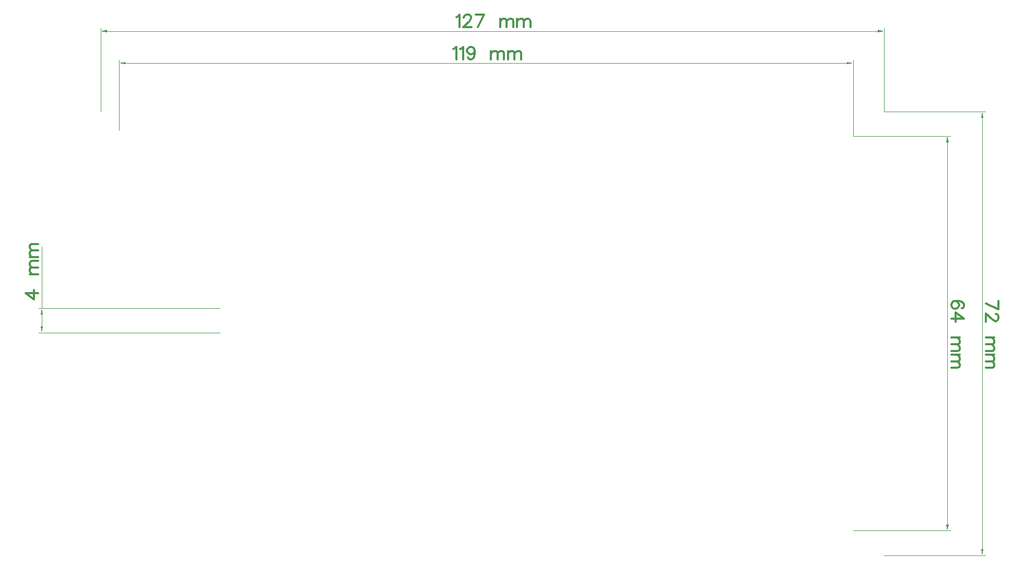
<source format=gbr>
G04 DipTrace 3.3.1.0*
G04 TopDimension.gbr*
%MOIN*%
G04 #@! TF.FileFunction,Drawing,Top*
G04 #@! TF.Part,Single*
%ADD13C,0.0025*%
%ADD121C,0.012351*%
%FSLAX26Y26*%
G04*
G70*
G90*
G75*
G01*
G04 TopDimension*
%LPD*%
X393701Y3228346D2*
D13*
Y3763780D1*
X5393701Y3228346D2*
Y3763780D1*
X2893701Y3744094D2*
X433071D1*
G36*
X393701D2*
X433071Y3751969D1*
Y3736220D1*
X393701Y3744094D1*
G37*
X2893701D2*
D13*
X5354331D1*
G36*
X5393701D2*
X5354331Y3736220D1*
Y3751969D1*
X5393701Y3744094D1*
G37*
X511811Y3110236D2*
D13*
Y3559055D1*
X5196850Y3070866D2*
Y3559055D1*
X2854331Y3539370D2*
X551181D1*
G36*
X511811D2*
X551181Y3547244D1*
Y3531496D1*
X511811Y3539370D1*
G37*
X2854331D2*
D13*
X5157480D1*
G36*
X5196850D2*
X5157480Y3531496D1*
Y3547244D1*
X5196850Y3539370D1*
G37*
Y3070866D2*
D13*
X5817717D1*
X5196850Y551181D2*
X5817717D1*
X5798031Y1811024D2*
Y3031496D1*
G36*
Y3070866D2*
X5805906Y3031496D1*
X5790157D1*
X5798031Y3070866D1*
G37*
Y1811024D2*
D13*
Y590551D1*
G36*
Y551181D2*
X5790157Y590551D1*
X5805906D1*
X5798031Y551181D1*
G37*
X5393701Y3228346D2*
D13*
X6040157D1*
X5393701Y393701D2*
X6040157D1*
X6020472Y1811024D2*
Y3188976D1*
G36*
Y3228346D2*
X6028346Y3188976D1*
X6012598D1*
X6020472Y3228346D1*
G37*
Y1811024D2*
D13*
Y433071D1*
G36*
Y393701D2*
X6012598Y433071D1*
X6028346D1*
X6020472Y393701D1*
G37*
X1153937Y1972441D2*
D13*
X-2756D1*
X1153937Y1814961D2*
X-2756D1*
X16929Y1893701D2*
Y1933071D1*
G36*
Y1972441D2*
X24803Y1933071D1*
X9055D1*
X16929Y1972441D1*
G37*
Y1893701D2*
D13*
Y1854331D1*
G36*
Y1814961D2*
X9055Y1854331D1*
X24803D1*
X16929Y1814961D1*
G37*
Y2364920D2*
D13*
Y1972441D1*
X2664131Y3833513D2*
D121*
X2671825Y3837404D1*
X2683321Y3848812D1*
Y3768516D1*
X2711914Y3829710D2*
Y3833513D1*
X2715717Y3841206D1*
X2719519Y3845009D1*
X2727213Y3848812D1*
X2742512D1*
X2750117Y3845009D1*
X2753919Y3841206D1*
X2757810Y3833513D1*
Y3825908D1*
X2753919Y3818214D1*
X2746314Y3806807D1*
X2708023Y3768516D1*
X2761613D1*
X2801614D2*
X2839905Y3848812D1*
X2786316D1*
X2942369Y3822105D2*
Y3768516D1*
Y3806807D2*
X2953865Y3818303D1*
X2961559Y3822105D1*
X2972966D1*
X2980660Y3818303D1*
X2984462Y3806807D1*
Y3768516D1*
Y3806807D2*
X2995959Y3818303D1*
X3003652Y3822105D1*
X3015060D1*
X3022753Y3818303D1*
X3026644Y3806807D1*
Y3768516D1*
X3051347Y3822105D2*
Y3768516D1*
Y3806807D2*
X3062843Y3818303D1*
X3070537Y3822105D1*
X3081944D1*
X3089638Y3818303D1*
X3093440Y3806807D1*
Y3768516D1*
Y3806807D2*
X3104936Y3818303D1*
X3112630Y3822105D1*
X3124037D1*
X3131731Y3818303D1*
X3135622Y3806807D1*
Y3768516D1*
X2643862Y3628789D2*
X2651556Y3632680D1*
X2663052Y3644087D1*
Y3563792D1*
X2687754Y3628789D2*
X2695448Y3632680D1*
X2706944Y3644087D1*
Y3563792D1*
X2781434Y3617381D2*
X2777543Y3605885D1*
X2769938Y3598191D1*
X2758442Y3594389D1*
X2754639D1*
X2743143Y3598191D1*
X2735538Y3605885D1*
X2731647Y3617381D1*
Y3621183D1*
X2735538Y3632680D1*
X2743143Y3640285D1*
X2754639Y3644087D1*
X2758442D1*
X2769938Y3640285D1*
X2777543Y3632680D1*
X2781434Y3617381D1*
Y3598191D1*
X2777543Y3579090D1*
X2769938Y3567594D1*
X2758442Y3563792D1*
X2750836D1*
X2739340Y3567594D1*
X2735538Y3575288D1*
X2883898Y3617381D2*
Y3563792D1*
Y3602082D2*
X2895394Y3613578D1*
X2903088Y3617381D1*
X2914495D1*
X2922189Y3613578D1*
X2925991Y3602082D1*
Y3563792D1*
Y3602082D2*
X2937487Y3613578D1*
X2945181Y3617381D1*
X2956588D1*
X2964282Y3613578D1*
X2968173Y3602082D1*
Y3563792D1*
X2992876Y3617381D2*
Y3563792D1*
Y3602082D2*
X3004372Y3613578D1*
X3012065Y3617381D1*
X3023473D1*
X3031166Y3613578D1*
X3034969Y3602082D1*
Y3563792D1*
Y3602082D2*
X3046465Y3613578D1*
X3054159Y3617381D1*
X3065566D1*
X3073260Y3613578D1*
X3077151Y3602082D1*
Y3563792D1*
X5891341Y1972707D2*
X5898946Y1976510D1*
X5902749Y1988006D1*
Y1995611D1*
X5898946Y2007107D1*
X5887450Y2014800D1*
X5868349Y2018603D1*
X5849248D1*
X5833949Y2014800D1*
X5826256Y2007107D1*
X5822453Y1995611D1*
Y1991808D1*
X5826256Y1980401D1*
X5833949Y1972707D1*
X5845445Y1968905D1*
X5849248D1*
X5860744Y1972707D1*
X5868349Y1980401D1*
X5872151Y1991808D1*
Y1995611D1*
X5868349Y2007107D1*
X5860744Y2014800D1*
X5849248Y2018603D1*
X5822453Y1905911D2*
X5902749D1*
X5849248Y1944202D1*
Y1886810D1*
X5876042Y1784346D2*
X5822453D1*
X5860744D2*
X5872240Y1772850D1*
X5876042Y1765156D1*
Y1753748D1*
X5872240Y1746055D1*
X5860744Y1742252D1*
X5822453D1*
X5860744D2*
X5872240Y1730756D1*
X5876042Y1723063D1*
Y1711655D1*
X5872240Y1703962D1*
X5860744Y1700071D1*
X5822453D1*
X5876042Y1675368D2*
X5822453D1*
X5860744D2*
X5872240Y1663872D1*
X5876042Y1656178D1*
Y1644771D1*
X5872240Y1637077D1*
X5860744Y1633275D1*
X5822453D1*
X5860744D2*
X5872240Y1621778D1*
X5876042Y1614085D1*
Y1602677D1*
X5872240Y1594984D1*
X5860744Y1591093D1*
X5822453D1*
X6044894Y2003349D2*
X6125190Y1965058D1*
Y2018647D1*
X6106088Y1936464D2*
X6109891D1*
X6117584Y1932662D1*
X6121387Y1928859D1*
X6125190Y1921165D1*
Y1905867D1*
X6121387Y1898262D1*
X6117584Y1894459D1*
X6109891Y1890568D1*
X6102286D1*
X6094592Y1894459D1*
X6083185Y1902064D1*
X6044894Y1940355D1*
Y1886766D1*
X6098483Y1784301D2*
X6044894D1*
X6083185D2*
X6094681Y1772805D1*
X6098483Y1765112D1*
Y1753704D1*
X6094681Y1746011D1*
X6083185Y1742208D1*
X6044894D1*
X6083185D2*
X6094681Y1730712D1*
X6098483Y1723019D1*
Y1711611D1*
X6094681Y1703917D1*
X6083185Y1700026D1*
X6044894D1*
X6098483Y1675324D2*
X6044894D1*
X6083185D2*
X6094681Y1663828D1*
X6098483Y1656134D1*
Y1644726D1*
X6094681Y1637033D1*
X6083185Y1633230D1*
X6044894D1*
X6083185D2*
X6094681Y1621734D1*
X6098483Y1614041D1*
Y1602633D1*
X6094681Y1594940D1*
X6083185Y1591049D1*
X6044894D1*
X-7492Y2068629D2*
X-87788D1*
X-34287Y2030338D1*
Y2087730D1*
X-61082Y2190194D2*
X-7492D1*
X-45783D2*
X-57279Y2201690D1*
X-61082Y2209384D1*
Y2220792D1*
X-57279Y2228485D1*
X-45783Y2232288D1*
X-7492D1*
X-45783D2*
X-57279Y2243784D1*
X-61082Y2251477D1*
Y2262885D1*
X-57279Y2270578D1*
X-45783Y2274469D1*
X-7492D1*
X-61082Y2299172D2*
X-7492D1*
X-45783D2*
X-57279Y2310668D1*
X-61082Y2318362D1*
Y2329769D1*
X-57279Y2337463D1*
X-45783Y2341265D1*
X-7492D1*
X-45783D2*
X-57279Y2352761D1*
X-61082Y2360455D1*
Y2371863D1*
X-57279Y2379556D1*
X-45783Y2383447D1*
X-7492D1*
M02*

</source>
